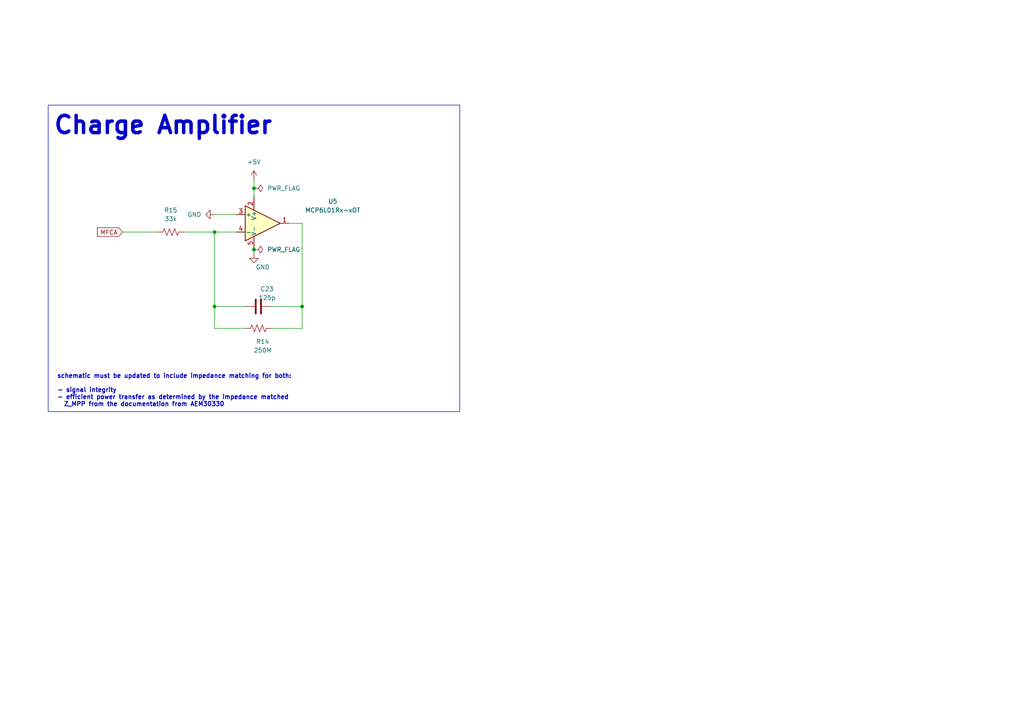
<source format=kicad_sch>
(kicad_sch (version 20231120) (generator "eeschema") (generator_version "8.0")
  (paper "A4")
  (lib_symbols
    (symbol "Amplifier_Operational:MCP6L01Rx-xOT" (pin_names (offset 0.127))
      (property "Reference" "U" (at 0 5.08 0))
      (property "Value" "MCP6L01Rx-xOT" (at 0 -5.08 0))
      (symbol "MCP6L01Rx-xOT_0_1"
        (polyline (pts (xy -5.08 5.08) (xy 5.08 0) (xy -5.08 -5.08) (xy -5.08 5.08)) (stroke (width 0.254)) (fill (type background)))
        (pin power_in line (at -2.54 7.62 270) (length 3.81) (name "V+") (number "2"))
        (pin power_in line (at -2.54 -7.62 90) (length 3.81) (name "V-") (number "5"))
      )
      (symbol "MCP6L01Rx-xOT_1_1"
        (pin output line (at 7.62 0 180) (length 2.54) (name "~") (number "1"))
        (pin input line (at -7.62 2.54 0) (length 2.54) (name "+") (number "3"))
        (pin input line (at -7.62 -2.54 0) (length 2.54) (name "-") (number "4"))
      )
    )
    (symbol "Device:C" (pin_numbers hide) (pin_names (offset 0.254))
      (property "Reference" "C" (at 0.635 2.54 0))
      (property "Value" "C" (at 0.635 -2.54 0))
      (symbol "C_0_1"
        (polyline (pts (xy -2.032 -0.762) (xy 2.032 -0.762)) (stroke (width 0.508)))
        (polyline (pts (xy -2.032 0.762) (xy 2.032 0.762)) (stroke (width 0.508)))
      )
      (symbol "C_1_1"
        (pin passive line (at 0 3.81 270) (length 2.794) (name "~") (number "1"))
        (pin passive line (at 0 -3.81 90) (length 2.794) (name "~") (number "2"))
      )
    )
    (symbol "Device:R_US" (pin_numbers hide) (pin_names (offset 0))
      (property "Reference" "R" (at 2.54 0 90))
      (property "Value" "R_US" (at -2.54 0 90))
      (symbol "R_US_0_1"
        (polyline (pts (xy 0 -2.286) (xy 0 -2.54)))
        (polyline (pts (xy 0 2.286) (xy 0 2.54)))
        (polyline (pts (xy 0 -0.762) (xy 1.016 -1.143) (xy 0 -1.524) (xy -1.016 -1.905) (xy 0 -2.286)))
        (polyline (pts (xy 0 0.762) (xy 1.016 0.381) (xy 0 0) (xy -1.016 -0.381) (xy 0 -0.762)))
        (polyline (pts (xy 0 2.286) (xy 1.016 1.905) (xy 0 1.524) (xy -1.016 1.143) (xy 0 0.762)))
      )
      (symbol "R_US_1_1"
        (pin passive line (at 0 3.81 270) (length 1.27) (name "~") (number "1"))
        (pin passive line (at 0 -3.81 90) (length 1.27) (name "~") (number "2"))
      )
    )
    (symbol "power:+5V" (power) (pin_names (offset 0))
      (property "Value" "+5V" (at 0 3.556 0))
      (symbol "+5V_0_1"
        (polyline (pts (xy -0.762 1.27) (xy 0 2.54)))
        (polyline (pts (xy 0 0) (xy 0 2.54)))
        (polyline (pts (xy 0 2.54) (xy 0.762 1.27)))
      )
      (symbol "+5V_1_1"
        (pin power_in line (at 0 0 90) (length 0) hide (name "+5V") (number "1"))
      )
    )
    (symbol "power:GND" (power) (pin_names (offset 0))
      (property "Value" "GND" (at 0 -3.81 0))
      (symbol "GND_0_1"
        (polyline (pts (xy 0 0) (xy 0 -1.27) (xy 1.27 -1.27) (xy 0 -2.54) (xy -1.27 -1.27) (xy 0 -1.27)))
      )
      (symbol "GND_1_1"
        (pin power_in line (at 0 0 270) (length 0) hide (name "GND") (number "1"))
      )
    )
    (symbol "power:PWR_FLAG" (power) (pin_numbers hide) (pin_names (offset 0) hide)
      (property "Value" "PWR_FLAG" (at 0 3.81 0))
      (symbol "PWR_FLAG_0_0"
        (pin power_out line (at 0 0 90) (length 0) (name "pwr") (number "1"))
      )
      (symbol "PWR_FLAG_0_1"
        (polyline (pts (xy 0 0) (xy 0 1.27) (xy -1.016 1.905) (xy 0 2.54) (xy 1.016 1.905) (xy 0 1.27)))
      )
    )
  )
  (junction (at 73.66 72.39))
  (junction (at 87.63 88.9))
  (junction (at 62.23 88.9))
  (junction (at 73.66 54.61))
  (junction (at 62.23 67.31))
  (wire (pts (xy 35.56 67.31) (xy 45.72 67.31)))
  (wire (pts (xy 78.74 88.9) (xy 87.63 88.9)))
  (wire (pts (xy 71.12 95.25) (xy 62.23 95.25)))
  (wire (pts (xy 53.34 67.31) (xy 62.23 67.31)))
  (wire (pts (xy 87.63 64.77) (xy 87.63 88.9)))
  (wire (pts (xy 62.23 88.9) (xy 62.23 67.31)))
  (wire (pts (xy 62.23 88.9) (xy 71.12 88.9)))
  (wire (pts (xy 62.23 62.23) (xy 68.58 62.23)))
  (wire (pts (xy 62.23 95.25) (xy 62.23 88.9)))
  (wire (pts (xy 62.23 67.31) (xy 68.58 67.31)))
  (wire (pts (xy 73.66 54.61) (xy 73.66 57.15)))
  (wire (pts (xy 73.66 52.07) (xy 73.66 54.61)))
  (wire (pts (xy 87.63 95.25) (xy 78.74 95.25)))
  (wire (pts (xy 73.66 73.66) (xy 73.66 72.39)))
  (wire (pts (xy 87.63 64.77) (xy 83.82 64.77)))
  (wire (pts (xy 87.63 88.9) (xy 87.63 95.25)))
  (rectangle (start 13.97 30.48) (end 133.35 119.38))
  (text "schematic must be updated to include impedance matching for both:\n\n- signal integrity\n- efficient power transfer as determined by the impedance matched \n  Z_MPP from the documentation from AEM30330" (at 16.51 118.11 0) (effects (font (size 1.27 1.27) (bold yes)) (justify left bottom)))
  (text "Charge Amplifier" (at 15.24 39.37 0) (effects (font (size 5 5) (bold yes)) (justify left bottom)))
  (global_label "MFCA" (shape input) (at 35.56 67.31 180) (property "Intersheetrefs" "${INTERSHEET_REFS}" (effects (hide yes))))
  (symbol (lib_id "power:GND") (at 73.66 73.66 0) (unit 1)
    (property "Reference" "#PWR039" (effects (hide yes)))
    (property "Value" "GND" (at 76.2 77.47 0))
  )
  (symbol (lib_id "Device:R_US") (at 49.53 67.31 90) (unit 1)
    (property "Reference" "R15" (at 49.53 60.96 90))
    (property "Value" "33k" (at 49.53 63.5 90))
    (property "Footprint" "Resistor_SMD:R_01005_0402Metric" (effects (hide yes)))
  )
  (symbol (lib_id "Amplifier_Operational:MCP6L01Rx-xOT") (at 76.2 64.77 0) (unit 1)
    (property "Reference" "U5" (at 96.52 58.42 0))
    (property "Value" "MCP6L01Rx-xOT" (at 96.52 60.96 0))
    (property "Footprint" "Package_TO_SOT_SMD:SOT-23-5" (effects (hide yes)))
    (property "Datasheet" "http://ww1.microchip.com/downloads/en/devicedoc/22140b.pdf" (effects (hide yes)))
  )
  (symbol (lib_id "power:PWR_FLAG") (at 73.66 72.39 270) (unit 1)
    (property "Reference" "#FLG04" (effects (hide yes)))
    (property "Value" "PWR_FLAG" (at 77.47 72.39 90) (effects (justify left)))
  )
  (symbol (lib_id "Device:C") (at 74.93 88.9 90) (unit 1)
    (property "Reference" "C23" (at 77.47 83.82 90))
    (property "Value" "125p" (at 77.47 86.36 90))
    (property "Footprint" "Capacitor_SMD:C_0201_0603Metric" (effects (hide yes)))
  )
  (symbol (lib_id "power:GND") (at 62.23 62.23 270) (unit 1)
    (property "Reference" "#PWR040" (effects (hide yes)))
    (property "Value" "GND" (at 58.42 62.23 90) (effects (justify right)))
  )
  (symbol (lib_id "power:PWR_FLAG") (at 73.66 54.61 270) (unit 1)
    (property "Reference" "#FLG03" (effects (hide yes)))
    (property "Value" "PWR_FLAG" (at 77.47 54.61 90) (effects (justify left)))
  )
  (symbol (lib_id "Device:R_US") (at 74.93 95.25 90) (unit 1)
    (property "Reference" "R14" (at 76.2 99.06 90))
    (property "Value" "250M" (at 76.2 101.6 90))
    (property "Footprint" "Resistor_SMD:R_01005_0402Metric" (effects (hide yes)))
  )
  (symbol (lib_id "power:+5V") (at 73.66 52.07 0) (unit 1)
    (property "Reference" "#PWR038" (effects (hide yes)))
    (property "Value" "+5V" (at 73.66 46.99 0))
  )
)
</source>
